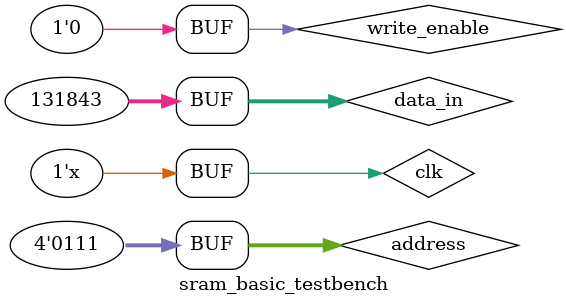
<source format=v>
module sram_basic_testbench();
    parameter ADDR_WIDTH = 4;
    parameter DATA_WIDTH = 32;
    parameter DEPTH = 32;

    reg clk;
    reg [ADDR_WIDTH-1:0] address;
    reg write_enable;
    reg [DATA_WIDTH-1:0] data_in;
    wire [DATA_WIDTH-1:0] data_out;

    initial begin
        $display("sram test bench 2");
        clk = 1;

        #10 write_enable = 1;
        address = 0;
        data_in = 18'b100000011000000001;
        address = 1;
        data_in = 18'b000000010000000011;
        address = 2;
        data_in = 18'b000000100000000101;
        address = 3;
        data_in = 18'b000000110100000001;
        address = 4;
        data_in = 18'b100000001100000010;
        address = 5;
        data_in = 18'b100000010000000111;
        address = 6;
        data_in = 18'b100000001100000011;
        address = 7;
        data_in = 18'b100000001100000011;

        #10 write_enable = 0;
        #10 address = 0;
        #10 address = 1;
        #10 address = 2;
        #10 address = 3;
        #10 address = 4;
        #10 address = 5;
        #10 address = 6;
        #10 address = 7;
    end

    always begin
        #5 clk = ~clk;  // timescale is 1ns so #5 provides 100MHz clock
    end

    sram DUT (
        .i_clk(clk),
        .i_addr(address),
        .i_write(write_enable),
        .i_data(data_in),
        .o_data(data_out));

endmodule

</source>
